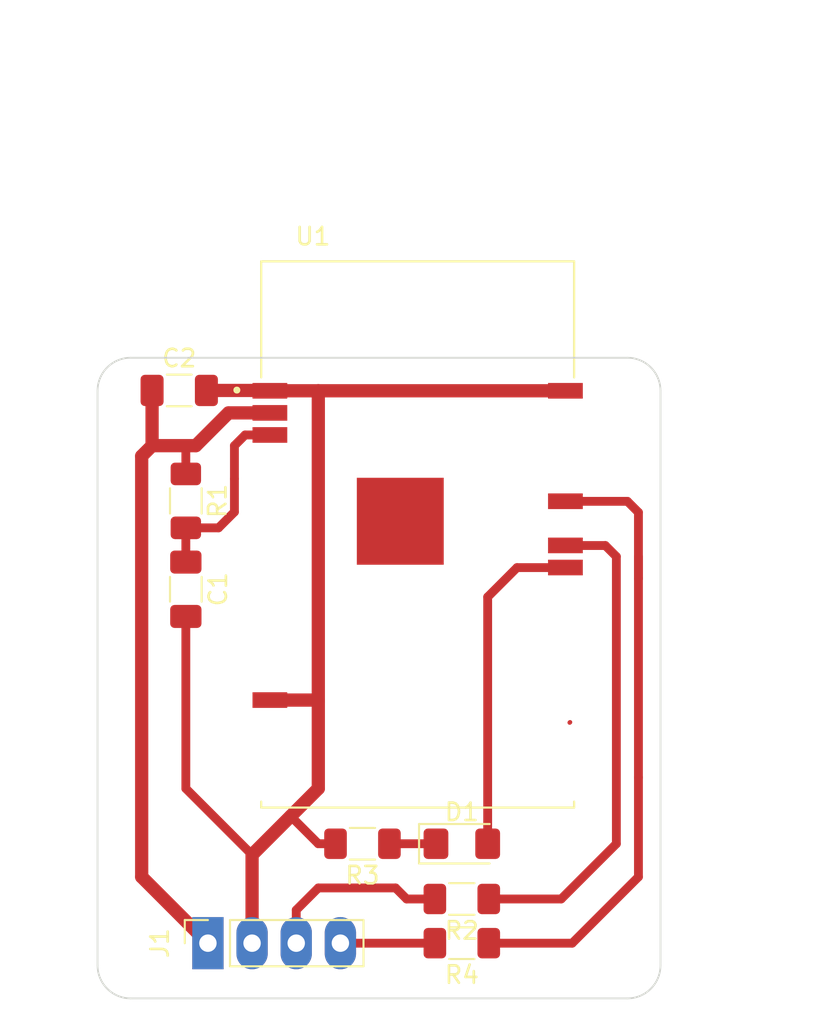
<source format=kicad_pcb>
(kicad_pcb (version 20221018) (generator pcbnew)
  (layers (0 "F.Cu" signal) (31 "B.Cu" signal) (34 "B.Paste" user) (35 "F.Paste" user) (36 "B.SilkS" user "B.Silkscreen") (37 "F.SilkS" user "F.Silkscreen") (38 "B.Mask" user) (39 "F.Mask" user) (44 "Edge.Cuts" user))
  (net 0 "")
  (net 1 "GND")
  (net 2 "Net-(U1-EN)")
  (net 3 "+3V3")
  (net 4 "Net-(J1-Pin_3)")
  (net 5 "Net-(J1-Pin_4)")
  (net 6 "Net-(D1-K)")
  (net 7 "Net-(D1-A)")
  (net 8 "unconnected-(U1-IO15{slash}GPIO15{slash}ADC2_CH3{slash}TOUCH3{slash}MTDO{slash}HSPICS0{slash}RTC_GPIO13{slash}HS2_CMD{slash}SD_CMD{slash}EMAC_RXD3-Pad23)")
  (net 10 "Net-(U1-IO21{slash}GPIO21{slash}VSPIHD{slash}EMAC_TX_EN)")
  (net 11 "Net-(U1-IO19{slash}GPIO19{slash}VSPIQ{slash}U0CTS{slash}EMAC_TXD0)")
  (footprint "Resistor_SMD:R_1206_3216Metric_Pad1.30x1.75mm_HandSolder" (layer "F.Cu") (at 20.955 -5.715 180)
    (fp_text reference "R2" (at 0 -1.82) (layer "F.SilkS"))
    (fp_text value "R_Small")
    (fp_line (start -0.727064 -0.91) (end 0.727064 -0.91) (stroke (width 0.12)) (layer "F.SilkS"))
    (fp_line (start -0.727064 0.91) (end 0.727064 0.91) (stroke (width 0.12)) (layer "F.SilkS"))
    (pad "1" smd roundrect (at -1.55 0 180) (size 1.3 1.75) (layers "F.Cu" "F.Paste" "F.Mask") (roundrect_rratio 0.192308) (net 11 "Net-(U1-IO19{slash}GPIO19{slash}VSPIQ{slash}U0CTS{slash}EMAC_TXD0)"))
    (pad "2" smd roundrect (at 1.55 0 180) (size 1.3 1.75) (layers "F.Cu" "F.Paste" "F.Mask") (roundrect_rratio 0.192308) (net 4 "Net-(J1-Pin_3)"))
  )
  (footprint "Connector_PinSocket_2.54mm:PinSocket_1x04_P2.54mm_Vertical" (layer "F.Cu") (at 6.35 -3.175 90)
    (fp_text reference "J1" (at 0 -2.77 90) (layer "F.SilkS"))
    (fp_text value "Conn_01x04")
    (fp_line (start -1.33 1.27) (end -1.33 8.95) (stroke (width 0.12)) (layer "F.SilkS"))
    (fp_line (start -1.33 1.27) (end 1.33 1.27) (stroke (width 0.12)) (layer "F.SilkS"))
    (fp_line (start -1.33 8.95) (end 1.33 8.95) (stroke (width 0.12)) (layer "F.SilkS"))
    (fp_line (start 0 -1.33) (end 1.33 -1.33) (stroke (width 0.12)) (layer "F.SilkS"))
    (fp_line (start 1.33 -1.33) (end 1.33 0) (stroke (width 0.12)) (layer "F.SilkS"))
    (fp_line (start 1.33 1.27) (end 1.33 8.95) (stroke (width 0.12)) (layer "F.SilkS"))
    (pad "1" thru_hole rect (at 0 0 90) (size 3 1.8) (drill 1) (layers "*.Cu" "*.Mask") (net 3 "+3V3"))
    (pad "2" thru_hole oval (at 0 2.54 90) (size 3 1.8) (drill 1) (layers "*.Cu" "*.Mask") (net 1 "GND"))
    (pad "3" thru_hole oval (at 0 5.08 90) (size 3 1.8) (drill 1) (layers "*.Cu" "*.Mask") (net 4 "Net-(J1-Pin_3)"))
    (pad "4" thru_hole oval (at 0 7.62 90) (size 3 1.8) (drill 1) (layers "*.Cu" "*.Mask") (net 5 "Net-(J1-Pin_4)"))
  )
  (footprint "Resistor_SMD:R_1206_3216Metric_Pad1.30x1.75mm_HandSolder" (layer "F.Cu") (at 20.955 -3.175 180)
    (fp_text reference "R4" (at 0 -1.82) (layer "F.SilkS"))
    (fp_text value "R_Small")
    (fp_line (start -0.727064 -0.91) (end 0.727064 -0.91) (stroke (width 0.12)) (layer "F.SilkS"))
    (fp_line (start -0.727064 0.91) (end 0.727064 0.91) (stroke (width 0.12)) (layer "F.SilkS"))
    (pad "1" smd roundrect (at -1.55 0 180) (size 1.3 1.75) (layers "F.Cu" "F.Paste" "F.Mask") (roundrect_rratio 0.192308) (net 10 "Net-(U1-IO21{slash}GPIO21{slash}VSPIHD{slash}EMAC_TX_EN)"))
    (pad "2" smd roundrect (at 1.55 0 180) (size 1.3 1.75) (layers "F.Cu" "F.Paste" "F.Mask") (roundrect_rratio 0.192308) (net 5 "Net-(J1-Pin_4)"))
  )
  (footprint "Diode_SMD:D_1206_3216Metric_Pad1.42x1.75mm_HandSolder" (layer "F.Cu") (at 20.955 -8.89)
    (fp_text reference "D1" (at 0 -1.82) (layer "F.SilkS"))
    (fp_text value "LED")
    (fp_line (start -2.46 -1.135) (end -2.46 1.135) (stroke (width 0.12)) (layer "F.SilkS"))
    (fp_line (start -2.46 1.135) (end 1.6 1.135) (stroke (width 0.12)) (layer "F.SilkS"))
    (fp_line (start 1.6 -1.135) (end -2.46 -1.135) (stroke (width 0.12)) (layer "F.SilkS"))
    (pad "1" smd roundrect (at -1.4875 0) (size 1.425 1.75) (layers "F.Cu" "F.Paste" "F.Mask") (roundrect_rratio 0.175439) (net 6 "Net-(D1-K)"))
    (pad "2" smd roundrect (at 1.4875 0) (size 1.425 1.75) (layers "F.Cu" "F.Paste" "F.Mask") (roundrect_rratio 0.175439) (net 7 "Net-(D1-A)"))
  )
  (footprint "Capacitor_SMD:C_1206_3216Metric_Pad1.33x1.80mm_HandSolder" (layer "F.Cu") (at 5.08 -23.52 -90)
    (fp_text reference "C1" (at 0 -1.85 90) (layer "F.SilkS"))
    (fp_text value "C_Small")
    (fp_line (start -0.711252 -0.91) (end 0.711252 -0.91) (stroke (width 0.12)) (layer "F.SilkS"))
    (fp_line (start -0.711252 0.91) (end 0.711252 0.91) (stroke (width 0.12)) (layer "F.SilkS"))
    (pad "1" smd roundrect (at -1.5625 0 270) (size 1.325 1.8) (layers "F.Cu" "F.Paste" "F.Mask") (roundrect_rratio 0.1886792453) (net 2 "Net-(U1-EN)"))
    (pad "2" smd roundrect (at 1.5625 0 270) (size 1.325 1.8) (layers "F.Cu" "F.Paste" "F.Mask") (roundrect_rratio 0.1886792453) (net 1 "GND"))
  )
  (footprint "Resistor_SMD:R_1206_3216Metric_Pad1.30x1.75mm_HandSolder" (layer "F.Cu") (at 15.24 -8.89 180)
    (fp_text reference "R3" (at 0 -1.82) (layer "F.SilkS"))
    (fp_text value "R_Small")
    (fp_line (start -0.727064 -0.91) (end 0.727064 -0.91) (stroke (width 0.12)) (layer "F.SilkS"))
    (fp_line (start -0.727064 0.91) (end 0.727064 0.91) (stroke (width 0.12)) (layer "F.SilkS"))
    (pad "1" smd roundrect (at -1.55 0 180) (size 1.3 1.75) (layers "F.Cu" "F.Paste" "F.Mask") (roundrect_rratio 0.192308) (net 6 "Net-(D1-K)"))
    (pad "2" smd roundrect (at 1.55 0 180) (size 1.3 1.75) (layers "F.Cu" "F.Paste" "F.Mask") (roundrect_rratio 0.192308) (net 1 "GND"))
  )
  (footprint "Resistor_SMD:R_1206_3216Metric_Pad1.30x1.75mm_HandSolder" (layer "F.Cu") (at 5.08 -28.6 -90)
    (fp_text reference "R1" (at 0 -1.82 -90) (layer "F.SilkS"))
    (fp_text value "R_Small")
    (fp_line (start -0.727064 -0.91) (end 0.727064 -0.91) (stroke (width 0.12)) (layer "F.SilkS"))
    (fp_line (start -0.727064 0.91) (end 0.727064 0.91) (stroke (width 0.12)) (layer "F.SilkS"))
    (pad "1" smd roundrect (at -1.55 0 270) (size 1.3 1.75) (layers "F.Cu" "F.Paste" "F.Mask") (roundrect_rratio 0.192308) (net 3 "+3V3"))
    (pad "2" smd roundrect (at 1.55 0 270) (size 1.3 1.75) (layers "F.Cu" "F.Paste" "F.Mask") (roundrect_rratio 0.192308) (net 2 "Net-(U1-EN)"))
  )
  (footprint "custom:XCVR_ESP32-WROVER-B_(16MB)" (layer "F.Cu") (at 18.415 -26.67)
    (fp_text reference "U1" (at -6.025 -17.135) (layer "F.SilkS"))
    (fp_text value "ESP32-WROVER-B_(16MB)")
    (fp_line (start -9 -15.7) (end 9 -15.7) (stroke (width 0.127)) (layer "F.SilkS"))
    (fp_line (start -9 -9.03) (end -9 -15.7) (stroke (width 0.127)) (layer "F.SilkS"))
    (fp_line (start -9 15.36) (end -9 15.7) (stroke (width 0.127)) (layer "F.SilkS"))
    (fp_line (start -9 15.7) (end 9 15.7) (stroke (width 0.127)) (layer "F.SilkS"))
    (fp_line (start 9 -15.7) (end 9 -9.03) (stroke (width 0.127)) (layer "F.SilkS"))
    (fp_line (start 9 15.7) (end 9 15.36) (stroke (width 0.127)) (layer "F.SilkS"))
    (fp_circle (center -10.4 -8.3) (end -10.3 -8.3) (stroke (width 0.2)) (fill none) (layer "F.SilkS"))
    (pad "1" smd rect locked (at -8.5 -8.26) (size 2 0.9) (layers "F.Cu" "F.Paste" "F.Mask") (net 1 "GND"))
    (pad "2" smd rect locked (at -8.5 -6.99) (size 2 0.9) (layers "F.Cu" "F.Paste" "F.Mask") (net 3 "+3V3"))
    (pad "3" smd rect locked (at -8.5 -5.72) (size 2 0.9) (layers "F.Cu" "F.Paste" "F.Mask") (net 2 "Net-(U1-EN)"))
    (pad "15" smd rect locked (at -8.5 9.52) (size 2 0.9) (layers "F.Cu" "F.Paste" "F.Mask") (net 1 "GND"))
    (pad "30" smd rect locked (at 8.5 1.9) (size 2 0.9) (layers "F.Cu" "F.Paste" "F.Mask") (net 7 "Net-(D1-A)"))
    (pad "31" smd rect locked (at 8.5 0.63) (size 2 0.9) (layers "F.Cu" "F.Paste" "F.Mask") (net 11 "Net-(U1-IO19{slash}GPIO19{slash}VSPIQ{slash}U0CTS{slash}EMAC_TXD0)"))
    (pad "33" smd rect locked (at 8.5 -1.91) (size 2 0.9) (layers "F.Cu" "F.Paste" "F.Mask") (net 10 "Net-(U1-IO21{slash}GPIO21{slash}VSPIHD{slash}EMAC_TX_EN)"))
    (pad "38" smd rect locked (at 8.5 -8.26) (size 2 0.9) (layers "F.Cu" "F.Paste" "F.Mask") (net 1 "GND"))
    (pad "39" smd rect locked (at -1 -0.76) (size 5 5) (layers "F.Cu" "F.Mask"))
  )
  (footprint "Capacitor_SMD:C_1206_3216Metric_Pad1.33x1.80mm_HandSolder" (layer "F.Cu") (at 4.7 -34.95)
    (fp_text reference "C2" (at 0 -1.85) (layer "F.SilkS"))
    (fp_text value "C_Small")
    (fp_line (start -0.711252 -0.91) (end 0.711252 -0.91) (stroke (width 0.12)) (layer "F.SilkS"))
    (fp_line (start -0.711252 0.91) (end 0.711252 0.91) (stroke (width 0.12)) (layer "F.SilkS"))
    (pad "1" smd roundrect (at -1.5625 0) (size 1.325 1.8) (layers "F.Cu" "F.Paste" "F.Mask") (roundrect_rratio 0.1886792453) (net 3 "+3V3"))
    (pad "2" smd roundrect (at 1.5625 0) (size 1.325 1.8) (layers "F.Cu" "F.Paste" "F.Mask") (roundrect_rratio 0.1886792453) (net 1 "GND"))
  )
  (gr_line (start 1.905 0) (end 30.48 0) (stroke (width 0.1)) (layer "Edge.Cuts"))
  (gr_arc (start 1.905 0) (mid 0.557962 -0.557962) (end 0 -1.905) (stroke (width 0.1)) (layer "Edge.Cuts"))
  (gr_arc (start 30.480001 -36.830001) (mid 31.827039 -36.272039) (end 32.385001 -34.925001) (stroke (width 0.1)) (layer "Edge.Cuts"))
  (gr_arc (start 0 -34.925) (mid 0.557962 -36.272038) (end 1.905 -36.83) (stroke (width 0.1)) (layer "Edge.Cuts"))
  (gr_arc (start 32.385 -1.905) (mid 31.827038 -0.557962) (end 30.48 0) (stroke (width 0.1)) (layer "Edge.Cuts"))
  (gr_line (start 30.48 -36.83) (end 1.905 -36.83) (stroke (width 0.1)) (layer "Edge.Cuts"))
  (gr_line (start 32.385001 -1.905) (end 32.385001 -34.925001) (stroke (width 0.1)) (layer "Edge.Cuts"))
  (gr_line (start 0 -34.925) (end 0 -1.905) (stroke (width 0.1)) (layer "Edge.Cuts"))
  (segment (start 12.7 -12.065) (end 12.7 -17.145) (width 0.762) (layer "F.Cu") (net 1))
  (segment (start 12.695 -17.15) (end 9.915 -17.15) (width 0.762) (layer "F.Cu") (net 1))
  (segment (start 8.89 -8.255) (end 11.1125 -10.4775) (width 0.762) (layer "F.Cu") (net 1))
  (segment (start 13.69 -8.89) (end 12.7 -8.89) (width 0.508) (layer "F.Cu") (net 1))
  (segment (start 5.08 -12.065) (end 5.08 -21.9575) (width 0.508) (layer "F.Cu") (net 1))
  (segment (start 9.915 -34.93) (end 12.7 -34.93) (width 0.762) (layer "F.Cu") (net 1))
  (segment (start 11.1125 -10.4775) (end 12.7 -12.065) (width 0.762) (layer "F.Cu") (net 1))
  (segment (start 9.895 -34.95) (end 9.915 -34.93) (width 0.762) (layer "F.Cu") (net 1))
  (segment (start 12.7 -17.145) (end 12.695 -17.15) (width 0.762) (layer "F.Cu") (net 1))
  (segment (start 6.2825 -34.93) (end 6.2625 -34.95) (width 0.762) (layer "F.Cu") (net 1))
  (segment (start 12.7 -17.145) (end 12.7 -34.93) (width 0.762) (layer "F.Cu") (net 1))
  (segment (start 8.89 -3.175) (end 8.89 -8.255) (width 0.762) (layer "F.Cu") (net 1))
  (segment (start 12.7 -34.93) (end 26.915 -34.93) (width 0.762) (layer "F.Cu") (net 1))
  (segment (start 6.2625 -34.95) (end 9.895 -34.95) (width 0.762) (layer "F.Cu") (net 1))
  (segment (start 12.7 -8.89) (end 11.1125 -10.4775) (width 0.508) (layer "F.Cu") (net 1))
  (segment (start 8.89 -8.255) (end 5.08 -12.065) (width 0.508) (layer "F.Cu") (net 1))
  (segment (start 7.875 -31.775) (end 8.49 -32.39) (width 0.508) (layer "F.Cu") (net 2))
  (segment (start 5.335 -27.05) (end 6.96 -27.05) (width 0.508) (layer "F.Cu") (net 2))
  (segment (start 7.875 -27.965) (end 7.875 -29.87) (width 0.508) (layer "F.Cu") (net 2))
  (segment (start 8.49 -32.39) (end 9.915 -32.39) (width 0.508) (layer "F.Cu") (net 2))
  (segment (start 5.08 -27.05) (end 5.08 -25.0825) (width 0.508) (layer "F.Cu") (net 2))
  (segment (start 6.96 -27.05) (end 7.875 -27.965) (width 0.508) (layer "F.Cu") (net 2))
  (segment (start 7.875 -29.87) (end 7.875 -31.775) (width 0.508) (layer "F.Cu") (net 2))
  (segment (start 7.5375 -33.66) (end 9.915 -33.66) (width 0.762) (layer "F.Cu") (net 3))
  (segment (start 6.35 -3.175) (end 2.54 -6.985) (width 0.762) (layer "F.Cu") (net 3))
  (segment (start 5.6525 -31.775) (end 7.5375 -33.66) (width 0.762) (layer "F.Cu") (net 3))
  (segment (start 2.54 -6.985) (end 2.54 -31.1775) (width 0.762) (layer "F.Cu") (net 3))
  (segment (start 3.1375 -34.95) (end 3.1375 -31.775) (width 0.762) (layer "F.Cu") (net 3))
  (segment (start 5.08 -30.15) (end 5.08 -31.775) (width 0.508) (layer "F.Cu") (net 3))
  (segment (start 3.1375 -31.775) (end 5.6525 -31.775) (width 0.762) (layer "F.Cu") (net 3))
  (segment (start 2.54 -31.1775) (end 3.1375 -31.775) (width 0.762) (layer "F.Cu") (net 3))
  (segment (start 17.78 -5.715) (end 17.145 -6.35) (width 0.508) (layer "F.Cu") (net 4))
  (segment (start 12.7 -6.35) (end 11.43 -5.08) (width 0.508) (layer "F.Cu") (net 4))
  (segment (start 17.145 -6.35) (end 12.7 -6.35) (width 0.508) (layer "F.Cu") (net 4))
  (segment (start 19.405 -5.715) (end 17.78 -5.715) (width 0.508) (layer "F.Cu") (net 4))
  (segment (start 11.43 -5.08) (end 11.43 -3.175) (width 0.508) (layer "F.Cu") (net 4))
  (segment (start 13.97 -3.175) (end 19.405 -3.175) (width 0.508) (layer "F.Cu") (net 5))
  (segment (start 16.79 -8.89) (end 19.4675 -8.89) (width 0.508) (layer "F.Cu") (net 6))
  (segment (start 26.91 -24.765) (end 26.915 -24.77) (width 0.508) (layer "F.Cu") (net 7))
  (segment (start 22.4425 -23.0775) (end 24.13 -24.765) (width 0.508) (layer "F.Cu") (net 7))
  (segment (start 22.4425 -8.89) (end 22.4425 -23.0775) (width 0.508) (layer "F.Cu") (net 7))
  (segment (start 24.13 -24.765) (end 26.91 -24.765) (width 0.508) (layer "F.Cu") (net 7))
  (segment (start 22.86 -9.3075) (end 22.4425 -8.89) (width 0.508) (layer "F.Cu") (net 7))
  (segment (start 27.18 -15.875) (end 27.16 -15.855) (width 0.254) (layer "F.Cu") (net 8))
  (segment (start 31.115 -24.13) (end 31.115 -27.94) (width 0.508) (layer "F.Cu") (net 10))
  (segment (start 31.115 -27.94) (end 30.48 -28.575) (width 0.508) (layer "F.Cu") (net 10))
  (segment (start 31.115 -24.13) (end 31.115 -25.4) (width 0.508) (layer "F.Cu") (net 10))
  (segment (start 30.48 -28.575) (end 26.92 -28.575) (width 0.508) (layer "F.Cu") (net 10))
  (segment (start 31.115 -12.7) (end 31.115 -24.13) (width 0.508) (layer "F.Cu") (net 10))
  (segment (start 26.92 -28.575) (end 26.915 -28.58) (width 0.508) (layer "F.Cu") (net 10))
  (segment (start 27.305 -3.175) (end 22.505 -3.175) (width 0.508) (layer "F.Cu") (net 10))
  (segment (start 31.115 -12.7) (end 31.115 -6.985) (width 0.508) (layer "F.Cu") (net 10))
  (segment (start 31.115 -6.985) (end 27.305 -3.175) (width 0.508) (layer "F.Cu") (net 10))
  (segment (start 26.67 -5.715) (end 29.845 -8.89) (width 0.508) (layer "F.Cu") (net 11))
  (segment (start 29.845 -8.89) (end 29.845 -25.4) (width 0.508) (layer "F.Cu") (net 11))
  (segment (start 22.505 -5.715) (end 26.67 -5.715) (width 0.508) (layer "F.Cu") (net 11))
  (segment (start 29.21 -26.035) (end 26.92 -26.035) (width 0.508) (layer "F.Cu") (net 11))
  (segment (start 26.92 -26.035) (end 26.915 -26.04) (width 0.508) (layer "F.Cu") (net 11))
  (segment (start 29.845 -25.4) (end 29.21 -26.035) (width 0.508) (layer "F.Cu") (net 11))
)
</source>
